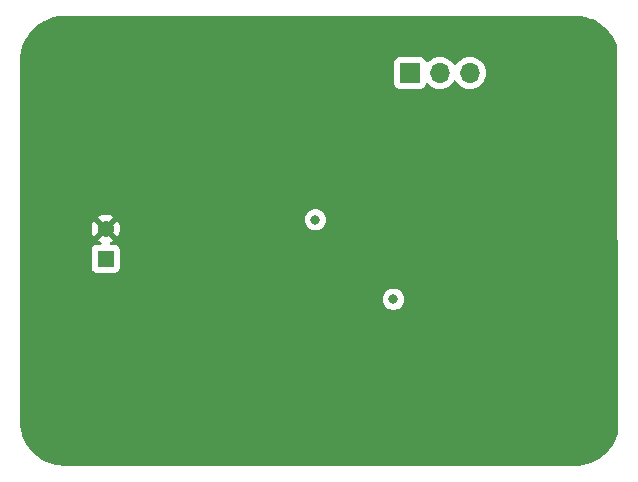
<source format=gbl>
%TF.GenerationSoftware,KiCad,Pcbnew,7.0.7*%
%TF.CreationDate,2024-03-25T16:43:20-04:00*%
%TF.ProjectId,MicBoard,4d696342-6f61-4726-942e-6b696361645f,rev?*%
%TF.SameCoordinates,Original*%
%TF.FileFunction,Copper,L2,Bot*%
%TF.FilePolarity,Positive*%
%FSLAX46Y46*%
G04 Gerber Fmt 4.6, Leading zero omitted, Abs format (unit mm)*
G04 Created by KiCad (PCBNEW 7.0.7) date 2024-03-25 16:43:20*
%MOMM*%
%LPD*%
G01*
G04 APERTURE LIST*
%TA.AperFunction,ComponentPad*%
%ADD10R,1.378000X1.378000*%
%TD*%
%TA.AperFunction,ComponentPad*%
%ADD11C,1.378000*%
%TD*%
%TA.AperFunction,ComponentPad*%
%ADD12R,1.700000X1.700000*%
%TD*%
%TA.AperFunction,ComponentPad*%
%ADD13O,1.700000X1.700000*%
%TD*%
%TA.AperFunction,ViaPad*%
%ADD14C,0.800000*%
%TD*%
%TA.AperFunction,ViaPad*%
%ADD15C,4.318000*%
%TD*%
G04 APERTURE END LIST*
D10*
%TO.P,MK1,1*%
%TO.N,Net-(C2-Pad1)*%
X58057800Y-71374000D03*
D11*
%TO.P,MK1,2*%
%TO.N,GND*%
X58057800Y-68834000D03*
%TD*%
D12*
%TO.P,J1,1,Pin_1*%
%TO.N,Net-(J1-Pin_1)*%
X83820000Y-55626000D03*
D13*
%TO.P,J1,2,Pin_2*%
%TO.N,Net-(J1-Pin_2)*%
X86360000Y-55626000D03*
%TO.P,J1,3,Pin_3*%
%TO.N,Net-(J1-Pin_3)*%
X88900000Y-55626000D03*
%TD*%
D14*
%TO.N,GND*%
X58928000Y-63500000D03*
X57404000Y-81280000D03*
D15*
X54610000Y-54610000D03*
X97790000Y-54610000D03*
D14*
X92837000Y-65278000D03*
X70104000Y-64516000D03*
D15*
X54610000Y-85090000D03*
D14*
X97155000Y-78486000D03*
X86934000Y-77470000D03*
X82169000Y-69342000D03*
X85598000Y-58547000D03*
X80137000Y-58547000D03*
D15*
X97790000Y-85090000D03*
D14*
X97409000Y-58674000D03*
X91506000Y-77470000D03*
X63436500Y-73660000D03*
%TO.N,+3V3*%
X82423000Y-74803000D03*
X75819000Y-68072000D03*
%TD*%
%TA.AperFunction,Conductor*%
%TO.N,GND*%
G36*
X97791513Y-50800575D02*
G01*
X97854875Y-50803687D01*
X97942455Y-50807989D01*
X98168034Y-50819812D01*
X98173842Y-50820393D01*
X98353383Y-50847025D01*
X98550138Y-50878188D01*
X98555449Y-50879271D01*
X98736852Y-50924711D01*
X98897397Y-50967730D01*
X98924283Y-50974934D01*
X98929127Y-50976446D01*
X99107420Y-51040240D01*
X99286749Y-51109078D01*
X99290992Y-51110893D01*
X99463402Y-51192437D01*
X99633703Y-51279210D01*
X99637403Y-51281259D01*
X99801713Y-51379743D01*
X99961623Y-51483590D01*
X99964789Y-51485789D01*
X100119105Y-51600237D01*
X100267201Y-51720162D01*
X100269820Y-51722407D01*
X100411313Y-51850648D01*
X100413517Y-51852747D01*
X100547251Y-51986481D01*
X100549350Y-51988685D01*
X100677591Y-52130178D01*
X100679836Y-52132797D01*
X100799762Y-52280894D01*
X100914209Y-52435209D01*
X100916408Y-52438375D01*
X101020260Y-52598292D01*
X101118730Y-52762579D01*
X101120794Y-52766307D01*
X101207567Y-52936609D01*
X101289092Y-53108978D01*
X101290928Y-53113270D01*
X101347223Y-53259923D01*
X101355458Y-53303954D01*
X101462876Y-86066434D01*
X101458652Y-86098935D01*
X101425064Y-86224284D01*
X101423552Y-86229125D01*
X101359762Y-86407411D01*
X101290930Y-86586725D01*
X101289094Y-86591016D01*
X101207567Y-86763390D01*
X101120793Y-86933691D01*
X101118730Y-86937419D01*
X101020260Y-87101707D01*
X100916408Y-87261623D01*
X100914209Y-87264789D01*
X100799762Y-87419105D01*
X100679835Y-87567201D01*
X100677591Y-87569820D01*
X100549350Y-87711313D01*
X100547251Y-87713517D01*
X100413517Y-87847251D01*
X100411313Y-87849350D01*
X100269820Y-87977591D01*
X100267201Y-87979835D01*
X100119105Y-88099762D01*
X99964789Y-88214209D01*
X99961623Y-88216408D01*
X99801707Y-88320260D01*
X99637419Y-88418730D01*
X99633691Y-88420793D01*
X99463390Y-88507567D01*
X99291016Y-88589094D01*
X99286725Y-88590930D01*
X99107411Y-88659762D01*
X98929124Y-88723552D01*
X98924283Y-88725064D01*
X98736825Y-88775295D01*
X98555474Y-88820721D01*
X98550105Y-88821816D01*
X98353339Y-88852980D01*
X98173867Y-88879602D01*
X98168011Y-88880188D01*
X97942372Y-88892014D01*
X97791513Y-88899425D01*
X97788470Y-88899500D01*
X54785467Y-88899500D01*
X54780703Y-88898101D01*
X54738462Y-88899452D01*
X54735502Y-88899476D01*
X54584314Y-88897092D01*
X54358322Y-88892788D01*
X54352450Y-88892397D01*
X54172038Y-88871752D01*
X53974281Y-88847151D01*
X53968880Y-88846236D01*
X53786032Y-88806859D01*
X53596864Y-88762870D01*
X53591984Y-88761523D01*
X53478281Y-88725064D01*
X53411602Y-88703683D01*
X53229979Y-88640823D01*
X53225629Y-88639132D01*
X53050539Y-88563352D01*
X52877329Y-88482248D01*
X52873534Y-88480310D01*
X52705983Y-88387326D01*
X52542574Y-88288787D01*
X52539336Y-88286695D01*
X52475221Y-88242377D01*
X52381239Y-88177414D01*
X52229099Y-88062387D01*
X52226407Y-88060231D01*
X52128884Y-87977591D01*
X52080670Y-87936734D01*
X52078429Y-87934737D01*
X51940169Y-87805397D01*
X51937998Y-87803264D01*
X51805078Y-87666085D01*
X51802748Y-87663542D01*
X51677860Y-87519414D01*
X51634456Y-87464793D01*
X51558264Y-87368909D01*
X51556003Y-87365874D01*
X51446794Y-87209380D01*
X51342850Y-87048378D01*
X51340663Y-87044721D01*
X51313205Y-86995000D01*
X51248212Y-86877310D01*
X51160919Y-86707615D01*
X51158968Y-86703441D01*
X51084157Y-86526420D01*
X51014404Y-86350213D01*
X51012751Y-86345479D01*
X50956271Y-86159688D01*
X50904782Y-85979789D01*
X50903526Y-85974532D01*
X50865811Y-85778852D01*
X50833190Y-85600179D01*
X50832413Y-85594370D01*
X50813078Y-85369274D01*
X50800709Y-85219516D01*
X50800500Y-85214429D01*
X50800500Y-74803000D01*
X81517540Y-74803000D01*
X81537326Y-74991256D01*
X81537327Y-74991259D01*
X81595818Y-75171277D01*
X81595821Y-75171284D01*
X81690467Y-75335216D01*
X81817128Y-75475888D01*
X81817129Y-75475888D01*
X81970265Y-75587148D01*
X81970270Y-75587151D01*
X82143192Y-75664142D01*
X82143197Y-75664144D01*
X82328354Y-75703500D01*
X82328355Y-75703500D01*
X82517644Y-75703500D01*
X82517646Y-75703500D01*
X82702803Y-75664144D01*
X82875730Y-75587151D01*
X83028871Y-75475888D01*
X83155533Y-75335216D01*
X83250179Y-75171284D01*
X83308674Y-74991256D01*
X83328460Y-74803000D01*
X83308674Y-74614744D01*
X83250179Y-74434716D01*
X83155533Y-74270784D01*
X83028871Y-74130112D01*
X83028870Y-74130111D01*
X82875734Y-74018851D01*
X82875729Y-74018848D01*
X82702807Y-73941857D01*
X82702802Y-73941855D01*
X82557000Y-73910865D01*
X82517646Y-73902500D01*
X82328354Y-73902500D01*
X82295897Y-73909398D01*
X82143197Y-73941855D01*
X82143192Y-73941857D01*
X81970270Y-74018848D01*
X81970265Y-74018851D01*
X81817129Y-74130111D01*
X81690466Y-74270785D01*
X81595821Y-74434715D01*
X81595818Y-74434722D01*
X81537327Y-74614740D01*
X81537326Y-74614744D01*
X81517540Y-74803000D01*
X50800500Y-74803000D01*
X50800500Y-68834000D01*
X56863706Y-68834000D01*
X56884037Y-69053413D01*
X56884038Y-69053415D01*
X56944339Y-69265352D01*
X56944345Y-69265367D01*
X57042562Y-69462612D01*
X57056791Y-69481454D01*
X57056792Y-69481454D01*
X57493288Y-69044957D01*
X57554611Y-69011472D01*
X57624302Y-69016456D01*
X57677915Y-69055324D01*
X57758583Y-69156479D01*
X57820901Y-69198967D01*
X57831317Y-69206068D01*
X57875619Y-69260097D01*
X57883679Y-69329500D01*
X57852936Y-69392243D01*
X57849147Y-69396203D01*
X57412461Y-69832889D01*
X57412462Y-69832890D01*
X57525543Y-69902907D01*
X57525552Y-69902911D01*
X57633869Y-69944873D01*
X57689271Y-69987446D01*
X57712862Y-70053212D01*
X57697151Y-70121293D01*
X57647127Y-70170072D01*
X57589076Y-70184500D01*
X57320930Y-70184500D01*
X57320923Y-70184501D01*
X57261316Y-70190908D01*
X57126471Y-70241202D01*
X57126464Y-70241206D01*
X57011255Y-70327452D01*
X57011252Y-70327455D01*
X56925006Y-70442664D01*
X56925002Y-70442671D01*
X56874708Y-70577517D01*
X56868301Y-70637116D01*
X56868301Y-70637123D01*
X56868300Y-70637135D01*
X56868300Y-72110870D01*
X56868301Y-72110876D01*
X56874708Y-72170483D01*
X56925002Y-72305328D01*
X56925006Y-72305335D01*
X57011252Y-72420544D01*
X57011255Y-72420547D01*
X57126464Y-72506793D01*
X57126471Y-72506797D01*
X57261317Y-72557091D01*
X57261316Y-72557091D01*
X57268244Y-72557835D01*
X57320927Y-72563500D01*
X58794672Y-72563499D01*
X58854283Y-72557091D01*
X58989131Y-72506796D01*
X59104346Y-72420546D01*
X59190596Y-72305331D01*
X59240891Y-72170483D01*
X59247300Y-72110873D01*
X59247299Y-70637128D01*
X59240891Y-70577517D01*
X59190596Y-70442669D01*
X59190595Y-70442668D01*
X59190593Y-70442664D01*
X59104347Y-70327455D01*
X59104344Y-70327452D01*
X58989135Y-70241206D01*
X58989128Y-70241202D01*
X58854282Y-70190908D01*
X58854283Y-70190908D01*
X58794683Y-70184501D01*
X58794681Y-70184500D01*
X58794673Y-70184500D01*
X58794665Y-70184500D01*
X58526524Y-70184500D01*
X58459485Y-70164815D01*
X58413730Y-70112011D01*
X58403786Y-70042853D01*
X58432811Y-69979297D01*
X58481731Y-69944873D01*
X58590049Y-69902910D01*
X58590053Y-69902908D01*
X58703137Y-69832889D01*
X58268620Y-69398372D01*
X58235135Y-69337049D01*
X58240119Y-69267357D01*
X58281991Y-69211424D01*
X58302491Y-69198975D01*
X58305612Y-69197473D01*
X58401738Y-69108281D01*
X58424851Y-69068246D01*
X58475417Y-69020032D01*
X58544024Y-69006808D01*
X58608889Y-69032776D01*
X58619919Y-69042566D01*
X59058806Y-69481454D01*
X59073037Y-69462609D01*
X59073039Y-69462606D01*
X59171254Y-69265367D01*
X59171260Y-69265352D01*
X59231561Y-69053415D01*
X59231562Y-69053413D01*
X59251894Y-68834000D01*
X59251894Y-68833999D01*
X59231562Y-68614586D01*
X59231561Y-68614584D01*
X59171260Y-68402647D01*
X59171254Y-68402632D01*
X59073042Y-68205396D01*
X59073037Y-68205388D01*
X59058806Y-68186544D01*
X58622310Y-68623041D01*
X58560987Y-68656526D01*
X58491295Y-68651542D01*
X58437682Y-68612672D01*
X58357017Y-68511521D01*
X58357016Y-68511520D01*
X58284280Y-68461930D01*
X58239978Y-68407901D01*
X58231918Y-68338498D01*
X58262661Y-68275755D01*
X58266450Y-68271795D01*
X58466245Y-68072000D01*
X74913540Y-68072000D01*
X74933326Y-68260256D01*
X74933327Y-68260259D01*
X74991818Y-68440277D01*
X74991821Y-68440284D01*
X75086467Y-68604216D01*
X75205225Y-68736110D01*
X75213129Y-68744888D01*
X75366265Y-68856148D01*
X75366270Y-68856151D01*
X75539192Y-68933142D01*
X75539197Y-68933144D01*
X75724354Y-68972500D01*
X75724355Y-68972500D01*
X75913644Y-68972500D01*
X75913646Y-68972500D01*
X76098803Y-68933144D01*
X76271730Y-68856151D01*
X76424871Y-68744888D01*
X76551533Y-68604216D01*
X76646179Y-68440284D01*
X76704674Y-68260256D01*
X76724460Y-68072000D01*
X76704674Y-67883744D01*
X76646179Y-67703716D01*
X76551533Y-67539784D01*
X76424871Y-67399112D01*
X76424870Y-67399111D01*
X76271734Y-67287851D01*
X76271729Y-67287848D01*
X76098807Y-67210857D01*
X76098802Y-67210855D01*
X75953000Y-67179865D01*
X75913646Y-67171500D01*
X75724354Y-67171500D01*
X75691897Y-67178398D01*
X75539197Y-67210855D01*
X75539192Y-67210857D01*
X75366270Y-67287848D01*
X75366265Y-67287851D01*
X75213129Y-67399111D01*
X75086466Y-67539785D01*
X74991821Y-67703715D01*
X74991818Y-67703722D01*
X74933327Y-67883740D01*
X74933326Y-67883744D01*
X74913540Y-68072000D01*
X58466245Y-68072000D01*
X58703137Y-67835109D01*
X58703136Y-67835108D01*
X58590056Y-67765093D01*
X58590050Y-67765089D01*
X58384581Y-67685491D01*
X58167975Y-67645000D01*
X57947625Y-67645000D01*
X57731018Y-67685491D01*
X57525548Y-67765090D01*
X57412461Y-67835109D01*
X57846979Y-68269627D01*
X57880464Y-68330950D01*
X57875480Y-68400642D01*
X57833608Y-68456575D01*
X57813104Y-68469026D01*
X57809987Y-68470526D01*
X57713861Y-68559719D01*
X57690747Y-68599754D01*
X57640179Y-68647968D01*
X57571572Y-68661190D01*
X57506708Y-68635221D01*
X57495680Y-68625433D01*
X57056792Y-68186545D01*
X57056791Y-68186545D01*
X57042561Y-68205390D01*
X56944345Y-68402632D01*
X56944339Y-68402647D01*
X56884038Y-68614584D01*
X56884037Y-68614586D01*
X56863706Y-68833999D01*
X56863706Y-68834000D01*
X50800500Y-68834000D01*
X50800500Y-56523870D01*
X82469500Y-56523870D01*
X82469501Y-56523876D01*
X82475908Y-56583483D01*
X82526202Y-56718328D01*
X82526206Y-56718335D01*
X82612452Y-56833544D01*
X82612455Y-56833547D01*
X82727664Y-56919793D01*
X82727671Y-56919797D01*
X82862517Y-56970091D01*
X82862516Y-56970091D01*
X82869444Y-56970835D01*
X82922127Y-56976500D01*
X84717872Y-56976499D01*
X84777483Y-56970091D01*
X84912331Y-56919796D01*
X85027546Y-56833546D01*
X85113796Y-56718331D01*
X85162810Y-56586916D01*
X85204681Y-56530984D01*
X85270145Y-56506566D01*
X85338418Y-56521417D01*
X85366672Y-56542569D01*
X85488599Y-56664495D01*
X85585384Y-56732265D01*
X85682165Y-56800032D01*
X85682167Y-56800033D01*
X85682170Y-56800035D01*
X85896337Y-56899903D01*
X86124592Y-56961063D01*
X86301034Y-56976500D01*
X86359999Y-56981659D01*
X86360000Y-56981659D01*
X86360001Y-56981659D01*
X86418966Y-56976500D01*
X86595408Y-56961063D01*
X86823663Y-56899903D01*
X87037830Y-56800035D01*
X87231401Y-56664495D01*
X87398495Y-56497401D01*
X87528426Y-56311840D01*
X87583001Y-56268217D01*
X87652499Y-56261023D01*
X87714854Y-56292546D01*
X87731574Y-56311841D01*
X87861505Y-56497401D01*
X88028599Y-56664495D01*
X88125384Y-56732265D01*
X88222165Y-56800032D01*
X88222167Y-56800033D01*
X88222170Y-56800035D01*
X88436337Y-56899903D01*
X88664592Y-56961063D01*
X88841034Y-56976500D01*
X88899999Y-56981659D01*
X88900000Y-56981659D01*
X88900001Y-56981659D01*
X88958966Y-56976500D01*
X89135408Y-56961063D01*
X89363663Y-56899903D01*
X89577830Y-56800035D01*
X89771401Y-56664495D01*
X89938495Y-56497401D01*
X90074035Y-56303830D01*
X90173903Y-56089663D01*
X90235063Y-55861408D01*
X90255659Y-55626000D01*
X90235063Y-55390592D01*
X90173903Y-55162337D01*
X90074035Y-54948171D01*
X90068425Y-54940158D01*
X89938494Y-54754597D01*
X89771402Y-54587506D01*
X89771395Y-54587501D01*
X89577834Y-54451967D01*
X89577830Y-54451965D01*
X89515290Y-54422802D01*
X89363663Y-54352097D01*
X89363659Y-54352096D01*
X89363655Y-54352094D01*
X89135413Y-54290938D01*
X89135403Y-54290936D01*
X88900001Y-54270341D01*
X88899999Y-54270341D01*
X88664596Y-54290936D01*
X88664586Y-54290938D01*
X88436344Y-54352094D01*
X88436335Y-54352098D01*
X88222171Y-54451964D01*
X88222169Y-54451965D01*
X88028597Y-54587505D01*
X87861505Y-54754597D01*
X87731575Y-54940158D01*
X87676998Y-54983783D01*
X87607500Y-54990977D01*
X87545145Y-54959454D01*
X87528425Y-54940158D01*
X87398494Y-54754597D01*
X87231402Y-54587506D01*
X87231395Y-54587501D01*
X87037834Y-54451967D01*
X87037830Y-54451965D01*
X86975290Y-54422802D01*
X86823663Y-54352097D01*
X86823659Y-54352096D01*
X86823655Y-54352094D01*
X86595413Y-54290938D01*
X86595403Y-54290936D01*
X86360001Y-54270341D01*
X86359999Y-54270341D01*
X86124596Y-54290936D01*
X86124586Y-54290938D01*
X85896344Y-54352094D01*
X85896335Y-54352098D01*
X85682171Y-54451964D01*
X85682169Y-54451965D01*
X85488600Y-54587503D01*
X85366673Y-54709430D01*
X85305350Y-54742914D01*
X85235658Y-54737930D01*
X85179725Y-54696058D01*
X85162810Y-54665081D01*
X85113797Y-54533671D01*
X85113793Y-54533664D01*
X85027547Y-54418455D01*
X85027544Y-54418452D01*
X84912335Y-54332206D01*
X84912328Y-54332202D01*
X84777482Y-54281908D01*
X84777483Y-54281908D01*
X84717883Y-54275501D01*
X84717881Y-54275500D01*
X84717873Y-54275500D01*
X84717864Y-54275500D01*
X82922129Y-54275500D01*
X82922123Y-54275501D01*
X82862516Y-54281908D01*
X82727671Y-54332202D01*
X82727664Y-54332206D01*
X82612455Y-54418452D01*
X82612452Y-54418455D01*
X82526206Y-54533664D01*
X82526202Y-54533671D01*
X82475908Y-54668517D01*
X82469501Y-54728116D01*
X82469500Y-54728135D01*
X82469500Y-56523870D01*
X50800500Y-56523870D01*
X50800500Y-54485570D01*
X50800709Y-54480484D01*
X50813076Y-54330743D01*
X50832413Y-54105624D01*
X50833189Y-54099826D01*
X50865824Y-53921076D01*
X50903528Y-53725456D01*
X50904779Y-53720220D01*
X50956281Y-53540275D01*
X51012756Y-53354505D01*
X51014398Y-53349801D01*
X51084159Y-53173575D01*
X51158976Y-52996537D01*
X51160909Y-52992404D01*
X51248217Y-52822679D01*
X51340675Y-52655255D01*
X51342835Y-52651643D01*
X51446798Y-52490613D01*
X51556040Y-52334073D01*
X51558256Y-52331101D01*
X51677864Y-52180579D01*
X51802788Y-52036411D01*
X51805046Y-52033947D01*
X51938038Y-51896694D01*
X51940144Y-51894625D01*
X52078459Y-51765234D01*
X52080624Y-51763304D01*
X52226430Y-51639747D01*
X52229099Y-51637611D01*
X52278532Y-51600237D01*
X52381229Y-51522592D01*
X52539377Y-51413276D01*
X52542528Y-51411240D01*
X52705966Y-51312682D01*
X52873591Y-51219658D01*
X52877279Y-51217774D01*
X53050528Y-51136651D01*
X53225656Y-51060855D01*
X53229947Y-51059187D01*
X53411580Y-50996323D01*
X53592029Y-50938462D01*
X53596832Y-50937136D01*
X53785979Y-50893151D01*
X53968909Y-50853756D01*
X53974274Y-50852848D01*
X54171991Y-50828252D01*
X54352461Y-50807600D01*
X54358300Y-50807210D01*
X54584220Y-50802908D01*
X54735516Y-50800523D01*
X54738463Y-50800547D01*
X54772054Y-50801621D01*
X54785467Y-50800500D01*
X97788471Y-50800500D01*
X97791513Y-50800575D01*
G37*
%TD.AperFunction*%
%TD*%
M02*

</source>
